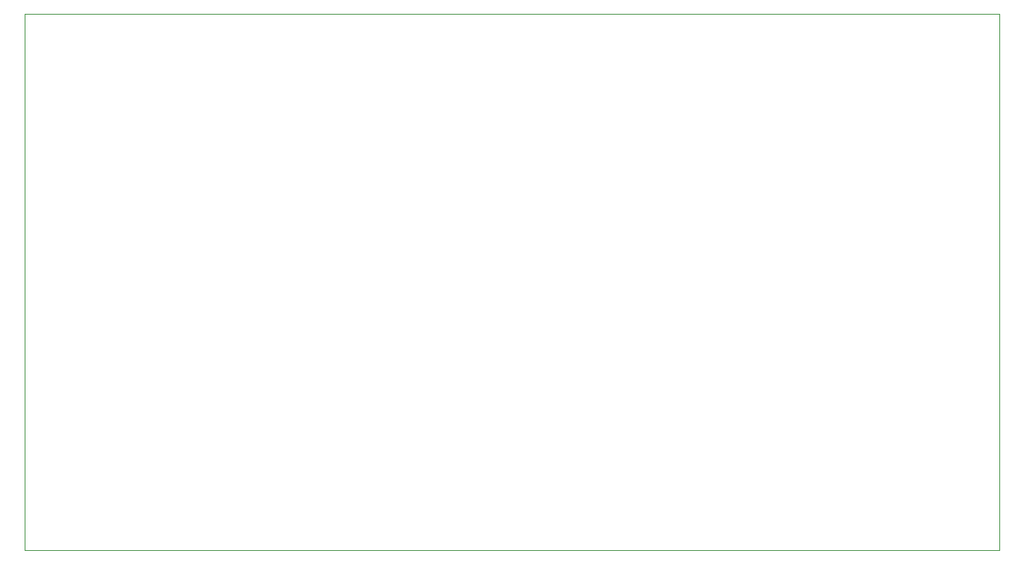
<source format=gm1>
%TF.GenerationSoftware,KiCad,Pcbnew,7.0.9*%
%TF.CreationDate,2024-06-06T15:59:12+02:00*%
%TF.ProjectId,Differential,44696666-6572-4656-9e74-69616c2e6b69,rev?*%
%TF.SameCoordinates,Original*%
%TF.FileFunction,Profile,NP*%
%FSLAX46Y46*%
G04 Gerber Fmt 4.6, Leading zero omitted, Abs format (unit mm)*
G04 Created by KiCad (PCBNEW 7.0.9) date 2024-06-06 15:59:12*
%MOMM*%
%LPD*%
G01*
G04 APERTURE LIST*
%TA.AperFunction,Profile*%
%ADD10C,0.100000*%
%TD*%
G04 APERTURE END LIST*
D10*
X150100000Y-90900000D02*
X257150000Y-90900000D01*
X257150000Y-149850000D01*
X150100000Y-149850000D01*
X150100000Y-90900000D01*
M02*

</source>
